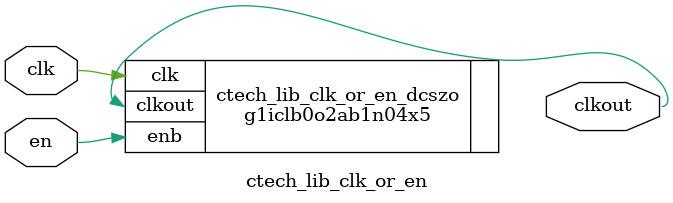
<source format=sv>

module ctech_lib_clk_or_en (
   input logic clk,
   input logic en,
   output logic clkout );
   
   g1iclb0o2ab1n04x5 ctech_lib_clk_or_en_dcszo (.clk(clk),.enb(en),.clkout(clkout));

endmodule // ctech_lib_clk_or_en

</source>
